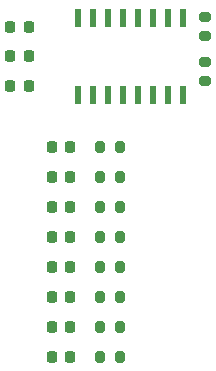
<source format=gbr>
%TF.GenerationSoftware,KiCad,Pcbnew,7.0.8*%
%TF.CreationDate,2023-10-11T21:25:33+02:00*%
%TF.ProjectId,test_sr,74657374-5f73-4722-9e6b-696361645f70,rev?*%
%TF.SameCoordinates,Original*%
%TF.FileFunction,Paste,Top*%
%TF.FilePolarity,Positive*%
%FSLAX46Y46*%
G04 Gerber Fmt 4.6, Leading zero omitted, Abs format (unit mm)*
G04 Created by KiCad (PCBNEW 7.0.8) date 2023-10-11 21:25:33*
%MOMM*%
%LPD*%
G01*
G04 APERTURE LIST*
G04 Aperture macros list*
%AMRoundRect*
0 Rectangle with rounded corners*
0 $1 Rounding radius*
0 $2 $3 $4 $5 $6 $7 $8 $9 X,Y pos of 4 corners*
0 Add a 4 corners polygon primitive as box body*
4,1,4,$2,$3,$4,$5,$6,$7,$8,$9,$2,$3,0*
0 Add four circle primitives for the rounded corners*
1,1,$1+$1,$2,$3*
1,1,$1+$1,$4,$5*
1,1,$1+$1,$6,$7*
1,1,$1+$1,$8,$9*
0 Add four rect primitives between the rounded corners*
20,1,$1+$1,$2,$3,$4,$5,0*
20,1,$1+$1,$4,$5,$6,$7,0*
20,1,$1+$1,$6,$7,$8,$9,0*
20,1,$1+$1,$8,$9,$2,$3,0*%
G04 Aperture macros list end*
%ADD10RoundRect,0.200000X0.275000X-0.200000X0.275000X0.200000X-0.275000X0.200000X-0.275000X-0.200000X0*%
%ADD11RoundRect,0.200000X-0.275000X0.200000X-0.275000X-0.200000X0.275000X-0.200000X0.275000X0.200000X0*%
%ADD12RoundRect,0.225000X0.225000X0.250000X-0.225000X0.250000X-0.225000X-0.250000X0.225000X-0.250000X0*%
%ADD13RoundRect,0.218750X0.218750X0.256250X-0.218750X0.256250X-0.218750X-0.256250X0.218750X-0.256250X0*%
%ADD14RoundRect,0.200000X-0.200000X-0.275000X0.200000X-0.275000X0.200000X0.275000X-0.200000X0.275000X0*%
%ADD15RoundRect,0.137500X0.137500X-0.662500X0.137500X0.662500X-0.137500X0.662500X-0.137500X-0.662500X0*%
G04 APERTURE END LIST*
D10*
%TO.C,R10*%
X62230000Y-50355000D03*
X62230000Y-48705000D03*
%TD*%
D11*
%TO.C,R9*%
X62230000Y-44895000D03*
X62230000Y-46545000D03*
%TD*%
D12*
%TO.C,C3*%
X47270000Y-45720000D03*
X45720000Y-45720000D03*
%TD*%
D13*
%TO.C,D7*%
X50800000Y-71120000D03*
X49225000Y-71120000D03*
%TD*%
D12*
%TO.C,C1*%
X47270000Y-50740000D03*
X45720000Y-50740000D03*
%TD*%
D13*
%TO.C,D2*%
X50800000Y-58420000D03*
X49225000Y-58420000D03*
%TD*%
D14*
%TO.C,R8*%
X53340000Y-73660000D03*
X54990000Y-73660000D03*
%TD*%
D13*
%TO.C,D6*%
X50800000Y-68580000D03*
X49225000Y-68580000D03*
%TD*%
D12*
%TO.C,C2*%
X47270000Y-48230000D03*
X45720000Y-48230000D03*
%TD*%
D14*
%TO.C,R5*%
X53340000Y-66040000D03*
X54990000Y-66040000D03*
%TD*%
%TO.C,R2*%
X53340000Y-58420000D03*
X54990000Y-58420000D03*
%TD*%
%TO.C,R3*%
X53340000Y-60960000D03*
X54990000Y-60960000D03*
%TD*%
%TO.C,R4*%
X53340000Y-63500000D03*
X54990000Y-63500000D03*
%TD*%
%TO.C,R6*%
X53340000Y-68580000D03*
X54990000Y-68580000D03*
%TD*%
D13*
%TO.C,D1*%
X50800000Y-55880000D03*
X49225000Y-55880000D03*
%TD*%
D14*
%TO.C,R7*%
X53340000Y-71120000D03*
X54990000Y-71120000D03*
%TD*%
D13*
%TO.C,D3*%
X50800000Y-60960000D03*
X49225000Y-60960000D03*
%TD*%
%TO.C,D8*%
X50800000Y-73660000D03*
X49225000Y-73660000D03*
%TD*%
%TO.C,D5*%
X50800000Y-66040000D03*
X49225000Y-66040000D03*
%TD*%
D15*
%TO.C,U1*%
X51435000Y-51510000D03*
X52705000Y-51510000D03*
X53975000Y-51510000D03*
X55245000Y-51510000D03*
X56515000Y-51510000D03*
X57785000Y-51510000D03*
X59055000Y-51510000D03*
X60325000Y-51510000D03*
X60325000Y-45010000D03*
X59055000Y-45010000D03*
X57785000Y-45010000D03*
X56515000Y-45010000D03*
X55245000Y-45010000D03*
X53975000Y-45010000D03*
X52705000Y-45010000D03*
X51435000Y-45010000D03*
%TD*%
D14*
%TO.C,R1*%
X53340000Y-55880000D03*
X54990000Y-55880000D03*
%TD*%
D13*
%TO.C,D4*%
X50800000Y-63500000D03*
X49225000Y-63500000D03*
%TD*%
M02*

</source>
